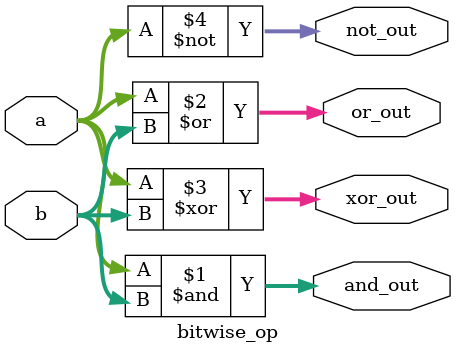
<source format=v>
module bitwise_op (
    input  [3:0] a,
    input  [3:0] b,
    output [3:0] and_out,
    output [3:0] or_out,
    output [3:0] xor_out,
    output [3:0] not_out
);
    assign and_out = a & b;   
    assign or_out  = a | b;   
    assign xor_out = a ^ b;  
    assign not_out = ~a;      
endmodule

</source>
